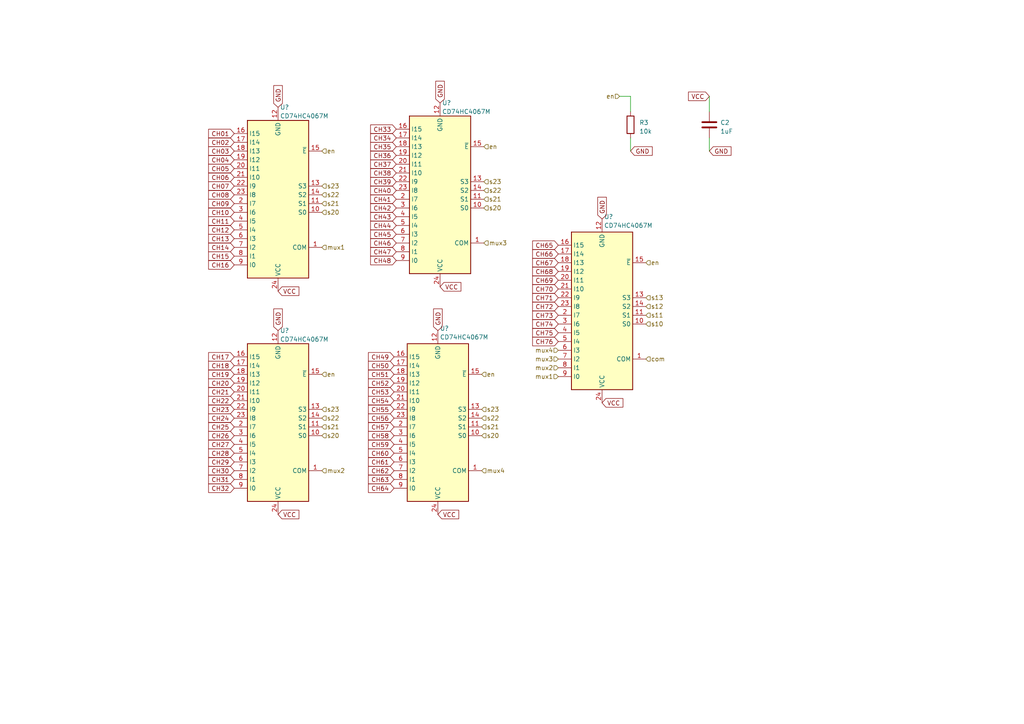
<source format=kicad_sch>
(kicad_sch (version 20230121) (generator eeschema)
  (paper "A4")
  (lib_symbols
    (symbol "74xx:CD74HC4067M"
      (property "Reference" "U" (at -8.89 22.86 0))
      (property "Value" "CD74HC4067M" (at 1.27 22.86 0))
      (symbol "CD74HC4067M_0_1"
        (rectangle (start -8.89 21.59) (end 8.89 -24.13) (stroke (width 0.254)) (fill (type background)))
      )
      (symbol "CD74HC4067M_1_1"
        (pin passive line (at -12.7 12.7 0) (length 3.81) (name "COM") (number "1"))
        (pin input line (at -12.7 2.54 0) (length 3.81) (name "S0") (number "10"))
        (pin input line (at -12.7 0 0) (length 3.81) (name "S1") (number "11"))
        (pin power_in line (at 0 -27.94 90) (length 3.81) (name "GND") (number "12"))
        (pin input line (at -12.7 -5.08 0) (length 3.81) (name "S3") (number "13"))
        (pin input line (at -12.7 -2.54 0) (length 3.81) (name "S2") (number "14"))
        (pin input line (at -12.7 -15.24 0) (length 3.81) (name "~{E}") (number "15"))
        (pin passive line (at 12.7 -20.32 180) (length 3.81) (name "I15") (number "16"))
        (pin passive line (at 12.7 -17.78 180) (length 3.81) (name "I14") (number "17"))
        (pin passive line (at 12.7 -15.24 180) (length 3.81) (name "I13") (number "18"))
        (pin passive line (at 12.7 -12.7 180) (length 3.81) (name "I12") (number "19"))
        (pin passive line (at 12.7 0 180) (length 3.81) (name "I7") (number "2"))
        (pin passive line (at 12.7 -10.16 180) (length 3.81) (name "I11") (number "20"))
        (pin passive line (at 12.7 -7.62 180) (length 3.81) (name "I10") (number "21"))
        (pin passive line (at 12.7 -5.08 180) (length 3.81) (name "I9") (number "22"))
        (pin passive line (at 12.7 -2.54 180) (length 3.81) (name "I8") (number "23"))
        (pin power_in line (at 0 25.4 270) (length 3.81) (name "VCC") (number "24"))
        (pin passive line (at 12.7 2.54 180) (length 3.81) (name "I6") (number "3"))
        (pin passive line (at 12.7 5.08 180) (length 3.81) (name "I5") (number "4"))
        (pin passive line (at 12.7 7.62 180) (length 3.81) (name "I4") (number "5"))
        (pin passive line (at 12.7 10.16 180) (length 3.81) (name "I3") (number "6"))
        (pin passive line (at 12.7 12.7 180) (length 3.81) (name "I2") (number "7"))
        (pin passive line (at 12.7 15.24 180) (length 3.81) (name "I1") (number "8"))
        (pin passive line (at 12.7 17.78 180) (length 3.81) (name "I0") (number "9"))
      )
    )
    (symbol "Device:C" (pin_numbers hide) (pin_names (offset 0.254))
      (property "Reference" "C" (at 0.635 2.54 0))
      (property "Value" "C" (at 0.635 -2.54 0))
      (symbol "C_0_1"
        (polyline (pts (xy -2.032 -0.762) (xy 2.032 -0.762)) (stroke (width 0.508)))
        (polyline (pts (xy -2.032 0.762) (xy 2.032 0.762)) (stroke (width 0.508)))
      )
      (symbol "C_1_1"
        (pin passive line (at 0 3.81 270) (length 2.794) (name "~") (number "1"))
        (pin passive line (at 0 -3.81 90) (length 2.794) (name "~") (number "2"))
      )
    )
    (symbol "Device:R" (pin_numbers hide) (pin_names (offset 0))
      (property "Reference" "R" (at 2.032 0 90))
      (property "Value" "R" (at 0 0 90))
      (symbol "R_0_1"
        (rectangle (start -1.016 -2.54) (end 1.016 2.54) (stroke (width 0.254)))
      )
      (symbol "R_1_1"
        (pin passive line (at 0 3.81 270) (length 1.27) (name "~") (number "1"))
        (pin passive line (at 0 -3.81 90) (length 1.27) (name "~") (number "2"))
      )
    )
  )
  (wire (pts (xy 179.705 27.94) (xy 182.88 27.94)))
  (wire (pts (xy 205.74 40.005) (xy 205.74 43.815)))
  (wire (pts (xy 182.88 27.94) (xy 182.88 32.385)))
  (wire (pts (xy 182.88 40.005) (xy 182.88 43.815)))
  (wire (pts (xy 205.74 27.94) (xy 205.74 32.385)))
  (global_label "CH20" (shape input) (at 67.945 111.125 180) (property "Intersheetrefs" "${INTERSHEET_REFS}" (effects hide)))
  (global_label "CH05" (shape input) (at 67.945 48.895 180) (property "Intersheetrefs" "${INTERSHEET_REFS}" (effects hide)))
  (global_label "CH55" (shape input) (at 114.3 118.745 180) (property "Intersheetrefs" "${INTERSHEET_REFS}" (effects hide)))
  (global_label "VCC" (shape input) (at 127 149.225 0) (property "Intersheetrefs" "${INTERSHEET_REFS}" (effects hide)))
  (global_label "CH02" (shape input) (at 67.945 41.275 180) (property "Intersheetrefs" "${INTERSHEET_REFS}" (effects hide)))
  (global_label "CH24" (shape input) (at 67.945 121.285 180) (property "Intersheetrefs" "${INTERSHEET_REFS}" (effects hide)))
  (global_label "CH58" (shape input) (at 114.3 126.365 180) (property "Intersheetrefs" "${INTERSHEET_REFS}" (effects hide)))
  (global_label "CH38" (shape input) (at 114.935 50.165 180) (property "Intersheetrefs" "${INTERSHEET_REFS}" (effects hide)))
  (global_label "CH04" (shape input) (at 67.945 46.355 180) (property "Intersheetrefs" "${INTERSHEET_REFS}" (effects hide)))
  (global_label "CH60" (shape input) (at 114.3 131.445 180) (property "Intersheetrefs" "${INTERSHEET_REFS}" (effects hide)))
  (global_label "VCC" (shape input) (at 205.74 27.94 180) (property "Intersheetrefs" "${INTERSHEET_REFS}" (effects hide)))
  (global_label "CH71" (shape input) (at 161.925 86.36 180) (property "Intersheetrefs" "${INTERSHEET_REFS}" (effects hide)))
  (global_label "GND" (shape input) (at 80.645 95.885 90) (property "Intersheetrefs" "${INTERSHEET_REFS}" (effects hide)))
  (global_label "CH53" (shape input) (at 114.3 113.665 180) (property "Intersheetrefs" "${INTERSHEET_REFS}" (effects hide)))
  (global_label "CH44" (shape input) (at 114.935 65.405 180) (property "Intersheetrefs" "${INTERSHEET_REFS}" (effects hide)))
  (global_label "CH11" (shape input) (at 67.945 64.135 180) (property "Intersheetrefs" "${INTERSHEET_REFS}" (effects hide)))
  (global_label "CH13" (shape input) (at 67.945 69.215 180) (property "Intersheetrefs" "${INTERSHEET_REFS}" (effects hide)))
  (global_label "CH63" (shape input) (at 114.3 139.065 180) (property "Intersheetrefs" "${INTERSHEET_REFS}" (effects hide)))
  (global_label "GND" (shape input) (at 205.74 43.815 0) (property "Intersheetrefs" "${INTERSHEET_REFS}" (effects hide)))
  (global_label "CH10" (shape input) (at 67.945 61.595 180) (property "Intersheetrefs" "${INTERSHEET_REFS}" (effects hide)))
  (global_label "CH57" (shape input) (at 114.3 123.825 180) (property "Intersheetrefs" "${INTERSHEET_REFS}" (effects hide)))
  (global_label "CH41" (shape input) (at 114.935 57.785 180) (property "Intersheetrefs" "${INTERSHEET_REFS}" (effects hide)))
  (global_label "CH37" (shape input) (at 114.935 47.625 180) (property "Intersheetrefs" "${INTERSHEET_REFS}" (effects hide)))
  (global_label "CH72" (shape input) (at 161.925 88.9 180) (property "Intersheetrefs" "${INTERSHEET_REFS}" (effects hide)))
  (global_label "CH62" (shape input) (at 114.3 136.525 180) (property "Intersheetrefs" "${INTERSHEET_REFS}" (effects hide)))
  (global_label "CH68" (shape input) (at 161.925 78.74 180) (property "Intersheetrefs" "${INTERSHEET_REFS}" (effects hide)))
  (global_label "CH40" (shape input) (at 114.935 55.245 180) (property "Intersheetrefs" "${INTERSHEET_REFS}" (effects hide)))
  (global_label "CH30" (shape input) (at 67.945 136.525 180) (property "Intersheetrefs" "${INTERSHEET_REFS}" (effects hide)))
  (global_label "CH65" (shape input) (at 161.925 71.12 180) (property "Intersheetrefs" "${INTERSHEET_REFS}" (effects hide)))
  (global_label "CH09" (shape input) (at 67.945 59.055 180) (property "Intersheetrefs" "${INTERSHEET_REFS}" (effects hide)))
  (global_label "CH34" (shape input) (at 114.935 40.005 180) (property "Intersheetrefs" "${INTERSHEET_REFS}" (effects hide)))
  (global_label "CH43" (shape input) (at 114.935 62.865 180) (property "Intersheetrefs" "${INTERSHEET_REFS}" (effects hide)))
  (global_label "CH56" (shape input) (at 114.3 121.285 180) (property "Intersheetrefs" "${INTERSHEET_REFS}" (effects hide)))
  (global_label "CH73" (shape input) (at 161.925 91.44 180) (property "Intersheetrefs" "${INTERSHEET_REFS}" (effects hide)))
  (global_label "CH51" (shape input) (at 114.3 108.585 180) (property "Intersheetrefs" "${INTERSHEET_REFS}" (effects hide)))
  (global_label "CH32" (shape input) (at 67.945 141.605 180) (property "Intersheetrefs" "${INTERSHEET_REFS}" (effects hide)))
  (global_label "CH48" (shape input) (at 114.935 75.565 180) (property "Intersheetrefs" "${INTERSHEET_REFS}" (effects hide)))
  (global_label "CH22" (shape input) (at 67.945 116.205 180) (property "Intersheetrefs" "${INTERSHEET_REFS}" (effects hide)))
  (global_label "CH59" (shape input) (at 114.3 128.905 180) (property "Intersheetrefs" "${INTERSHEET_REFS}" (effects hide)))
  (global_label "CH39" (shape input) (at 114.935 52.705 180) (property "Intersheetrefs" "${INTERSHEET_REFS}" (effects hide)))
  (global_label "CH14" (shape input) (at 67.945 71.755 180) (property "Intersheetrefs" "${INTERSHEET_REFS}" (effects hide)))
  (global_label "CH15" (shape input) (at 67.945 74.295 180) (property "Intersheetrefs" "${INTERSHEET_REFS}" (effects hide)))
  (global_label "CH29" (shape input) (at 67.945 133.985 180) (property "Intersheetrefs" "${INTERSHEET_REFS}" (effects hide)))
  (global_label "CH08" (shape input) (at 67.945 56.515 180) (property "Intersheetrefs" "${INTERSHEET_REFS}" (effects hide)))
  (global_label "CH50" (shape input) (at 114.3 106.045 180) (property "Intersheetrefs" "${INTERSHEET_REFS}" (effects hide)))
  (global_label "VCC" (shape input) (at 174.625 116.84 0) (property "Intersheetrefs" "${INTERSHEET_REFS}" (effects hide)))
  (global_label "CH12" (shape input) (at 67.945 66.675 180) (property "Intersheetrefs" "${INTERSHEET_REFS}" (effects hide)))
  (global_label "CH66" (shape input) (at 161.925 73.66 180) (property "Intersheetrefs" "${INTERSHEET_REFS}" (effects hide)))
  (global_label "CH03" (shape input) (at 67.945 43.815 180) (property "Intersheetrefs" "${INTERSHEET_REFS}" (effects hide)))
  (global_label "CH07" (shape input) (at 67.945 53.975 180) (property "Intersheetrefs" "${INTERSHEET_REFS}" (effects hide)))
  (global_label "CH28" (shape input) (at 67.945 131.445 180) (property "Intersheetrefs" "${INTERSHEET_REFS}" (effects hide)))
  (global_label "GND" (shape input) (at 127.635 29.845 90) (property "Intersheetrefs" "${INTERSHEET_REFS}" (effects hide)))
  (global_label "GND" (shape input) (at 182.88 43.815 0) (property "Intersheetrefs" "${INTERSHEET_REFS}" (effects hide)))
  (global_label "CH33" (shape input) (at 114.935 37.465 180) (property "Intersheetrefs" "${INTERSHEET_REFS}" (effects hide)))
  (global_label "GND" (shape input) (at 80.645 31.115 90) (property "Intersheetrefs" "${INTERSHEET_REFS}" (effects hide)))
  (global_label "VCC" (shape input) (at 127.635 83.185 0) (property "Intersheetrefs" "${INTERSHEET_REFS}" (effects hide)))
  (global_label "CH54" (shape input) (at 114.3 116.205 180) (property "Intersheetrefs" "${INTERSHEET_REFS}" (effects hide)))
  (global_label "CH06" (shape input) (at 67.945 51.435 180) (property "Intersheetrefs" "${INTERSHEET_REFS}" (effects hide)))
  (global_label "VCC" (shape input) (at 80.645 84.455 0) (property "Intersheetrefs" "${INTERSHEET_REFS}" (effects hide)))
  (global_label "GND" (shape input) (at 127 95.885 90) (property "Intersheetrefs" "${INTERSHEET_REFS}" (effects hide)))
  (global_label "CH26" (shape input) (at 67.945 126.365 180) (property "Intersheetrefs" "${INTERSHEET_REFS}" (effects hide)))
  (global_label "CH27" (shape input) (at 67.945 128.905 180) (property "Intersheetrefs" "${INTERSHEET_REFS}" (effects hide)))
  (global_label "CH76" (shape input) (at 161.925 99.06 180) (property "Intersheetrefs" "${INTERSHEET_REFS}" (effects hide)))
  (global_label "CH21" (shape input) (at 67.945 113.665 180) (property "Intersheetrefs" "${INTERSHEET_REFS}" (effects hide)))
  (global_label "CH35" (shape input) (at 114.935 42.545 180) (property "Intersheetrefs" "${INTERSHEET_REFS}" (effects hide)))
  (global_label "CH25" (shape input) (at 67.945 123.825 180) (property "Intersheetrefs" "${INTERSHEET_REFS}" (effects hide)))
  (global_label "CH45" (shape input) (at 114.935 67.945 180) (property "Intersheetrefs" "${INTERSHEET_REFS}" (effects hide)))
  (global_label "CH52" (shape input) (at 114.3 111.125 180) (property "Intersheetrefs" "${INTERSHEET_REFS}" (effects hide)))
  (global_label "CH74" (shape input) (at 161.925 93.98 180) (property "Intersheetrefs" "${INTERSHEET_REFS}" (effects hide)))
  (global_label "CH67" (shape input) (at 161.925 76.2 180) (property "Intersheetrefs" "${INTERSHEET_REFS}" (effects hide)))
  (global_label "CH70" (shape input) (at 161.925 83.82 180) (property "Intersheetrefs" "${INTERSHEET_REFS}" (effects hide)))
  (global_label "CH49" (shape input) (at 114.3 103.505 180) (property "Intersheetrefs" "${INTERSHEET_REFS}" (effects hide)))
  (global_label "CH69" (shape input) (at 161.925 81.28 180) (property "Intersheetrefs" "${INTERSHEET_REFS}" (effects hide)))
  (global_label "GND" (shape input) (at 174.625 63.5 90) (property "Intersheetrefs" "${INTERSHEET_REFS}" (effects hide)))
  (global_label "CH46" (shape input) (at 114.935 70.485 180) (property "Intersheetrefs" "${INTERSHEET_REFS}" (effects hide)))
  (global_label "CH18" (shape input) (at 67.945 106.045 180) (property "Intersheetrefs" "${INTERSHEET_REFS}" (effects hide)))
  (global_label "CH23" (shape input) (at 67.945 118.745 180) (property "Intersheetrefs" "${INTERSHEET_REFS}" (effects hide)))
  (global_label "CH16" (shape input) (at 67.945 76.835 180) (property "Intersheetrefs" "${INTERSHEET_REFS}" (effects hide)))
  (global_label "CH19" (shape input) (at 67.945 108.585 180) (property "Intersheetrefs" "${INTERSHEET_REFS}" (effects hide)))
  (global_label "CH47" (shape input) (at 114.935 73.025 180) (property "Intersheetrefs" "${INTERSHEET_REFS}" (effects hide)))
  (global_label "CH61" (shape input) (at 114.3 133.985 180) (property "Intersheetrefs" "${INTERSHEET_REFS}" (effects hide)))
  (global_label "CH17" (shape input) (at 67.945 103.505 180) (property "Intersheetrefs" "${INTERSHEET_REFS}" (effects hide)))
  (global_label "CH01" (shape input) (at 67.945 38.735 180) (property "Intersheetrefs" "${INTERSHEET_REFS}" (effects hide)))
  (global_label "CH31" (shape input) (at 67.945 139.065 180) (property "Intersheetrefs" "${INTERSHEET_REFS}" (effects hide)))
  (global_label "CH36" (shape input) (at 114.935 45.085 180) (property "Intersheetrefs" "${INTERSHEET_REFS}" (effects hide)))
  (global_label "CH64" (shape input) (at 114.3 141.605 180) (property "Intersheetrefs" "${INTERSHEET_REFS}" (effects hide)))
  (global_label "CH42" (shape input) (at 114.935 60.325 180) (property "Intersheetrefs" "${INTERSHEET_REFS}" (effects hide)))
  (global_label "VCC" (shape input) (at 80.645 149.225 0) (property "Intersheetrefs" "${INTERSHEET_REFS}" (effects hide)))
  (global_label "CH75" (shape input) (at 161.925 96.52 180) (property "Intersheetrefs" "${INTERSHEET_REFS}" (effects hide)))
  (hierarchical_label "s22" (shape input) (at 93.345 56.515 0))
  (hierarchical_label "en" (shape input) (at 140.335 42.545 0))
  (hierarchical_label "en" (shape input) (at 139.7 108.585 0))
  (hierarchical_label "en" (shape input) (at 187.325 76.2 0))
  (hierarchical_label "mux4" (shape input) (at 139.7 136.525 0))
  (hierarchical_label "s23" (shape input) (at 140.335 52.705 0))
  (hierarchical_label "s23" (shape input) (at 93.345 118.745 0))
  (hierarchical_label "en" (shape input) (at 93.345 43.815 0))
  (hierarchical_label "s23" (shape input) (at 139.7 118.745 0))
  (hierarchical_label "mux1" (shape input) (at 161.925 109.22 180))
  (hierarchical_label "mux2" (shape input) (at 93.345 136.525 0))
  (hierarchical_label "s20" (shape input) (at 140.335 60.325 0))
  (hierarchical_label "mux3" (shape input) (at 161.925 104.14 180))
  (hierarchical_label "en" (shape input) (at 93.345 108.585 0))
  (hierarchical_label "s21" (shape input) (at 139.7 123.825 0))
  (hierarchical_label "s21" (shape input) (at 140.335 57.785 0))
  (hierarchical_label "mux1" (shape input) (at 93.345 71.755 0))
  (hierarchical_label "mux2" (shape input) (at 161.925 106.68 180))
  (hierarchical_label "s20" (shape input) (at 93.345 61.595 0))
  (hierarchical_label "s21" (shape input) (at 93.345 59.055 0))
  (hierarchical_label "s22" (shape input) (at 140.335 55.245 0))
  (hierarchical_label "mux3" (shape input) (at 140.335 70.485 0))
  (hierarchical_label "s13" (shape input) (at 187.325 86.36 0))
  (hierarchical_label "en" (shape input) (at 179.705 27.94 180))
  (hierarchical_label "com" (shape input) (at 187.325 104.14 0))
  (hierarchical_label "s23" (shape input) (at 93.345 53.975 0))
  (hierarchical_label "s11" (shape input) (at 187.325 91.44 0))
  (hierarchical_label "s22" (shape input) (at 93.345 121.285 0))
  (hierarchical_label "s12" (shape input) (at 187.325 88.9 0))
  (hierarchical_label "s22" (shape input) (at 139.7 121.285 0))
  (hierarchical_label "s10" (shape input) (at 187.325 93.98 0))
  (hierarchical_label "s21" (shape input) (at 93.345 123.825 0))
  (hierarchical_label "mux4" (shape input) (at 161.925 101.6 180))
  (hierarchical_label "s20" (shape input) (at 139.7 126.365 0))
  (hierarchical_label "s20" (shape input) (at 93.345 126.365 0))
  (symbol (lib_id "Device:R") (at 182.88 36.195 0) (unit 1)
    (property "Reference" "R3" (at 185.42 35.56 0) (effects (justify left)))
    (property "Value" "10k" (at 185.42 38.1 0) (effects (justify left)))
    (property "Footprint" "Resistor_SMD:R_1210_3225Metric_Pad1.30x2.65mm_HandSolder" (effects hide))
    (instances (project "shortTester" (path "" (reference "R3") (unit 1)) (path "" (reference "R4") (unit 1))))
  )
  (symbol (lib_id "74xx:CD74HC4067M") (at 80.645 59.055 180) (unit 1)
    (property "Reference" "U?" (at 81.2291 31.115 0) (effects (justify right)))
    (property "Value" "CD74HC4067M" (at 81.2291 33.655 0) (effects (justify right)))
    (property "Footprint" "Package_SO:SOIC-24W_7.5x15.4mm_P1.27mm" (effects hide))
    (property "Datasheet" "http://www.ti.com/lit/ds/symlink/cd74hc4067.pdf" (effects hide))
    (instances (project "shortTester" (path "" (reference "U?") (unit 1)) (path "" (reference "U3") (unit 1)) (path "" (reference "U8") (unit 1))))
  )
  (symbol (lib_id "74xx:CD74HC4067M") (at 127 123.825 180) (unit 1)
    (property "Reference" "U?" (at 127.5841 95.25 0) (effects (justify right)))
    (property "Value" "CD74HC4067M" (at 127.5841 97.79 0) (effects (justify right)))
    (property "Footprint" "Package_SO:SOIC-24W_7.5x15.4mm_P1.27mm" (effects hide))
    (property "Datasheet" "http://www.ti.com/lit/ds/symlink/cd74hc4067.pdf" (effects hide))
    (instances (project "shortTester" (path "" (reference "U?") (unit 1)) (path "" (reference "U5") (unit 1)) (path "" (reference "U10") (unit 1))))
  )
  (symbol (lib_id "74xx:CD74HC4067M") (at 80.645 123.825 180) (unit 1)
    (property "Reference" "U?" (at 81.2291 95.885 0) (effects (justify right)))
    (property "Value" "CD74HC4067M" (at 81.2291 98.425 0) (effects (justify right)))
    (property "Footprint" "Package_SO:SOIC-24W_7.5x15.4mm_P1.27mm" (effects hide))
    (property "Datasheet" "http://www.ti.com/lit/ds/symlink/cd74hc4067.pdf" (effects hide))
    (instances (project "shortTester" (path "" (reference "U?") (unit 1)) (path "" (reference "U4") (unit 1)) (path "" (reference "U9") (unit 1))))
  )
  (symbol (lib_id "Device:C") (at 205.74 36.195 0) (unit 1)
    (property "Reference" "C2" (at 208.915 35.56 0) (effects (justify left)))
    (property "Value" "1uF" (at 208.915 38.1 0) (effects (justify left)))
    (property "Footprint" "Capacitor_SMD:C_1206_3216Metric_Pad1.33x1.80mm_HandSolder" (effects hide))
    (instances (project "shortTester" (path "" (reference "C2") (unit 1)) (path "" (reference "C3") (unit 1))))
  )
  (symbol (lib_id "74xx:CD74HC4067M") (at 174.625 91.44 180) (unit 1)
    (property "Reference" "U?" (at 175.2091 62.865 0) (effects (justify right)))
    (property "Value" "CD74HC4067M" (at 175.2091 65.405 0) (effects (justify right)))
    (property "Footprint" "Package_SO:SOIC-24W_7.5x15.4mm_P1.27mm" (effects hide))
    (property "Datasheet" "http://www.ti.com/lit/ds/symlink/cd74hc4067.pdf" (effects hide))
    (instances (project "shortTester" (path "" (reference "U?") (unit 1)) (path "" (reference "U7") (unit 1)) (path "" (reference "U12") (unit 1))))
  )
  (symbol (lib_id "74xx:CD74HC4067M") (at 127.635 57.785 180) (unit 1)
    (property "Reference" "U?" (at 128.2191 29.845 0) (effects (justify right)))
    (property "Value" "CD74HC4067M" (at 128.2191 32.385 0) (effects (justify right)))
    (property "Footprint" "Package_SO:SOIC-24W_7.5x15.4mm_P1.27mm" (effects hide))
    (property "Datasheet" "http://www.ti.com/lit/ds/symlink/cd74hc4067.pdf" (effects hide))
    (instances (project "shortTester" (path "" (reference "U?") (unit 1)) (path "" (reference "U6") (unit 1)) (path "" (reference "U11") (unit 1))))
  )
)
</source>
